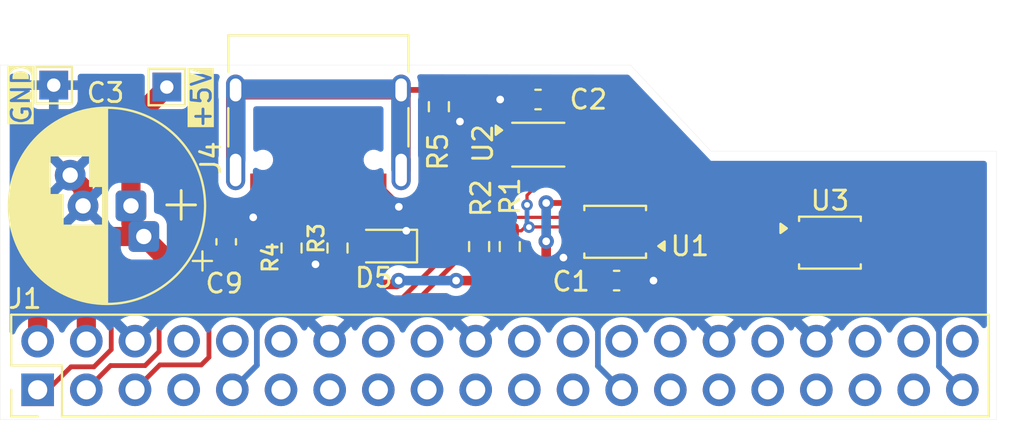
<source format=kicad_pcb>
(kicad_pcb (version 20241229) (generator "pcbnew") (generator_version "9.0")
  (layers (0 "F.Cu" signal) (2 "B.Cu" signal) (13 "F.Paste" user) (15 "B.Paste" user) (5 "F.SilkS" user "F.Silkscreen") (7 "B.SilkS" user "B.Silkscreen") (1 "F.Mask" user) (3 "B.Mask" user) (25 "Edge.Cuts" user))
  (net 0 "")
  (net 1 "GND")
  (net 2 "+3.3V")
  (net 3 "Net-(J4-CC1)")
  (net 7 "Net-(J4-CC2)")
  (net 11 "Net-(J4-SHIELD)")
  (net 12 "+5V")
  (net 20 "/SCL")
  (net 22 "/SDA")
  (net 44 "unconnected-(U2-NC-Pad3)")
  (net 45 "unconnected-(U2-NC-Pad4)")
  (net 46 "unconnected-(U2-NC-Pad5)")
  (net 47 "unconnected-(U3-SCL-Pad6)")
  (net 48 "unconnected-(U3-GND-Pad7)")
  (net 49 "unconnected-(U3-GND-Pad1)")
  (net 50 "unconnected-(U3-SDA-Pad5)")
  (net 51 "unconnected-(U3-NC-Pad2)")
  (net 52 "unconnected-(U3-NC-Pad3)")
  (net 53 "unconnected-(U3-GND-Pad4)")
  (net 54 "unconnected-(U3-VDD-Pad8)")
  (footprint "Capacitor_THT:CP_Radial_D10.0mm_P2.50mm_P5.00mm" (layer "F.Cu") (at 106.829063 118.85 180)
    (property "Reference" "C3" (at 1.329063 5.9 0) (layer "F.SilkS"))
    (property "Value" "100uF 16V")
    (pad "1" thru_hole roundrect (at -0.670937 -1.6 180) (size 1.6 1.6) (drill 0.8) (layers "*.Cu" "*.Mask") (roundrect_rratio 0.15625) (net 12 "+5V"))
    (pad "1" thru_hole roundrect (at 0 0 180) (size 1.6 1.6) (drill 0.8) (layers "*.Cu" "*.Mask") (roundrect_rratio 0.15625) (net 12 "+5V"))
    (pad "2" thru_hole circle (at 2.5 0 180) (size 1.6 1.6) (drill 0.8) (layers "*.Cu" "*.Mask") (net 1 "GND"))
    (pad "2" thru_hole circle (at 3.170937 1.6 180) (size 1.6 1.6) (drill 0.8) (layers "*.Cu" "*.Mask") (net 1 "GND"))
  )
  (footprint "Connector_PinHeader_2.54mm:PinHeader_2x20_P2.54mm_Vertical" (layer "F.Cu") (at 101.96 128.45 90)
    (property "Reference" "J1" (at 4.75 -0.66 180) (layer "F.SilkS"))
    (property "Value" "RPi_GPIO")
    (pad "1" thru_hole rect (at 0 0 90) (size 1.7 1.7) (drill 1) (layers "*.Cu" "*.Mask") (net 2 "+3.3V"))
    (pad "2" thru_hole circle (at 2.54 0 90) (size 1.7 1.7) (drill 1) (layers "*.Cu" "*.Mask") (net 12 "+5V"))
    (pad "3" thru_hole circle (at 0 2.54 90) (size 1.7 1.7) (drill 1) (layers "*.Cu" "*.Mask") (net 22 "/SDA"))
    (pad "4" thru_hole circle (at 2.54 2.54 90) (size 1.7 1.7) (drill 1) (layers "*.Cu" "*.Mask") (net 12 "+5V"))
    (pad "5" thru_hole circle (at 0 5.08 90) (size 1.7 1.7) (drill 1) (layers "*.Cu" "*.Mask") (net 20 "/SCL"))
    (pad "6" thru_hole circle (at 2.54 5.08 90) (size 1.7 1.7) (drill 1) (layers "*.Cu" "*.Mask") (net 1 "GND"))
    (pad "7" thru_hole circle (at 0 7.62 90) (size 1.7 1.7) (drill 1) (layers "*.Cu" "*.Mask"))
    (pad "8" thru_hole circle (at 2.54 7.62 90) (size 1.7 1.7) (drill 1) (layers "*.Cu" "*.Mask"))
    (pad "9" thru_hole circle (at 0 10.16 90) (size 1.7 1.7) (drill 1) (layers "*.Cu" "*.Mask") (net 1 "GND"))
    (pad "10" thru_hole circle (at 2.54 10.16 90) (size 1.7 1.7) (drill 1) (layers "*.Cu" "*.Mask"))
    (pad "11" thru_hole circle (at 0 12.7 90) (size 1.7 1.7) (drill 1) (layers "*.Cu" "*.Mask"))
    (pad "12" thru_hole circle (at 2.54 12.7 90) (size 1.7 1.7) (drill 1) (layers "*.Cu" "*.Mask"))
    (pad "13" thru_hole circle (at 0 15.24 90) (size 1.7 1.7) (drill 1) (layers "*.Cu" "*.Mask"))
    (pad "14" thru_hole circle (at 2.54 15.24 90) (size 1.7 1.7) (drill 1) (layers "*.Cu" "*.Mask") (net 1 "GND"))
    (pad "15" thru_hole circle (at 0 17.78 90) (size 1.7 1.7) (drill 1) (layers "*.Cu" "*.Mask"))
    (pad "16" thru_hole circle (at 2.54 17.78 90) (size 1.7 1.7) (drill 1) (layers "*.Cu" "*.Mask"))
    (pad "17" thru_hole circle (at 0 20.32 90) (size 1.7 1.7) (drill 1) (layers "*.Cu" "*.Mask"))
    (pad "18" thru_hole circle (at 2.54 20.32 90) (size 1.7 1.7) (drill 1) (layers "*.Cu" "*.Mask"))
    (pad "19" thru_hole circle (at 0 22.86 90) (size 1.7 1.7) (drill 1) (layers "*.Cu" "*.Mask"))
    (pad "20" thru_hole circle (at 2.54 22.86 90) (size 1.7 1.7) (drill 1) (layers "*.Cu" "*.Mask") (net 1 "GND"))
    (pad "21" thru_hole circle (at 0 25.4 90) (size 1.7 1.7) (drill 1) (layers "*.Cu" "*.Mask"))
    (pad "22" thru_hole circle (at 2.54 25.4 90) (size 1.7 1.7) (drill 1) (layers "*.Cu" "*.Mask"))
    (pad "23" thru_hole circle (at 0 27.94 90) (size 1.7 1.7) (drill 1) (layers "*.Cu" "*.Mask"))
    (pad "24" thru_hole circle (at 2.54 27.94 90) (size 1.7 1.7) (drill 1) (layers "*.Cu" "*.Mask"))
    (pad "25" thru_hole circle (at 0 30.48 90) (size 1.7 1.7) (drill 1) (layers "*.Cu" "*.Mask") (net 1 "GND"))
    (pad "26" thru_hole circle (at 2.54 30.48 90) (size 1.7 1.7) (drill 1) (layers "*.Cu" "*.Mask"))
    (pad "27" thru_hole circle (at 0 33.02 90) (size 1.7 1.7) (drill 1) (layers "*.Cu" "*.Mask"))
    (pad "28" thru_hole circle (at 2.54 33.02 90) (size 1.7 1.7) (drill 1) (layers "*.Cu" "*.Mask"))
    (pad "29" thru_hole circle (at 0 35.56 90) (size 1.7 1.7) (drill 1) (layers "*.Cu" "*.Mask"))
    (pad "30" thru_hole circle (at 2.54 35.56 90) (size 1.7 1.7) (drill 1) (layers "*.Cu" "*.Mask") (net 1 "GND"))
    (pad "31" thru_hole circle (at 0 38.1 90) (size 1.7 1.7) (drill 1) (layers "*.Cu" "*.Mask"))
    (pad "32" thru_hole circle (at 2.54 38.1 90) (size 1.7 1.7) (drill 1) (layers "*.Cu" "*.Mask"))
    (pad "33" thru_hole circle (at 0 40.64 90) (size 1.7 1.7) (drill 1) (layers "*.Cu" "*.Mask"))
    (pad "34" thru_hole circle (at 2.54 40.64 90) (size 1.7 1.7) (drill 1) (layers "*.Cu" "*.Mask") (net 1 "GND"))
    (pad "35" thru_hole circle (at 0 43.18 90) (size 1.7 1.7) (drill 1) (layers "*.Cu" "*.Mask"))
    (pad "36" thru_hole circle (at 2.54 43.18 90) (size 1.7 1.7) (drill 1) (layers "*.Cu" "*.Mask"))
    (pad "37" thru_hole circle (at 0 45.72 90) (size 1.7 1.7) (drill 1) (layers "*.Cu" "*.Mask"))
    (pad "38" thru_hole circle (at 2.54 45.72 90) (size 1.7 1.7) (drill 1) (layers "*.Cu" "*.Mask"))
    (pad "39" thru_hole circle (at 0 48.26 90) (size 1.7 1.7) (drill 1) (layers "*.Cu" "*.Mask") (net 1 "GND"))
    (pad "40" thru_hole circle (at 2.54 48.26 90) (size 1.7 1.7) (drill 1) (layers "*.Cu" "*.Mask"))
  )
  (footprint "Capacitor_SMD:C_0603_1608Metric" (layer "F.Cu") (at 128.075 113.3 180)
    (property "Reference" "C2" (at -2.625 0 0) (layer "F.SilkS"))
    (property "Value" "100n")
    (pad "1" smd roundrect (at -0.775 0 180) (size 0.9 0.95) (layers "F.Cu" "F.Mask" "F.Paste") (net 2 "+3.3V"))
    (pad "2" smd roundrect (at 0.775 0 180) (size 0.9 0.95) (layers "F.Cu" "F.Mask" "F.Paste") (net 1 "GND"))
  )
  (footprint "MFI:MFI_UDFN-8-1EP_2x3mm_P0.5mm" (layer "F.Cu") (at 143.308112 121.025)
    (property "Reference" "U3" (at 0 -2.45 0) (layer "F.SilkS"))
    (property "Value" "MFI343S00177")
    (pad "1" smd roundrect (at -1.6 -1) (size 1 0.25) (layers "F.Cu" "F.Mask" "F.Paste") (net 49 "unconnected-(U3-GND-Pad1)"))
    (pad "2" smd roundrect (at -1.6 -0.5) (size 1 0.25) (layers "F.Cu" "F.Mask" "F.Paste") (net 51 "unconnected-(U3-NC-Pad2)"))
    (pad "3" smd roundrect (at -1.6 0) (size 1 0.25) (layers "F.Cu" "F.Mask" "F.Paste") (net 52 "unconnected-(U3-NC-Pad3)"))
    (pad "4" smd roundrect (at -1.6 0.5) (size 1 0.25) (layers "F.Cu" "F.Mask" "F.Paste") (net 53 "unconnected-(U3-GND-Pad4)"))
    (pad "5" smd roundrect (at 1.6 0.5) (size 1 0.25) (layers "F.Cu" "F.Mask" "F.Paste") (net 50 "unconnected-(U3-SDA-Pad5)"))
    (pad "6" smd roundrect (at 1.6 0) (size 1 0.25) (layers "F.Cu" "F.Mask" "F.Paste") (net 47 "unconnected-(U3-SCL-Pad6)"))
    (pad "7" smd roundrect (at 1.6 -0.5) (size 1 0.25) (layers "F.Cu" "F.Mask" "F.Paste") (net 48 "unconnected-(U3-GND-Pad7)"))
    (pad "8" smd roundrect (at 1.6 -1) (size 1 0.25) (layers "F.Cu" "F.Mask" "F.Paste") (net 54 "unconnected-(U3-VDD-Pad8)"))
    (pad "9" smd rect (at 0 -0.2) (size 1.4 1.6) (property pad_prop_heatsink) (layers "F.Cu" "F.Mask"))
  )
  (footprint "Capacitor_SMD:C_0603_1608Metric" (layer "F.Cu") (at 111.8 120.725 90)
    (property "Reference" "C9" (at -2.175 -0.1 180) (layer "F.SilkS"))
    (property "Value" "100n")
    (pad "1" smd roundrect (at -0.775 0 90) (size 0.9 0.95) (layers "F.Cu" "F.Mask" "F.Paste") (net 12 "+5V"))
    (pad "2" smd roundrect (at 0.775 0 90) (size 0.9 0.95) (layers "F.Cu" "F.Mask" "F.Paste") (net 1 "GND"))
  )
  (footprint "Resistor_SMD:R_0603_1608Metric" (layer "F.Cu") (at 115.21 121.05 -90)
    (property "Reference" "R4" (at 0.5 1.11 90) (layer "F.SilkS") (effects (font (size 0.8 0.8))))
    (property "Value" "5k1")
    (pad "1" smd roundrect (at -0.825 0 270) (size 0.8 0.95) (layers "F.Cu" "F.Mask" "F.Paste") (net 7 "Net-(J4-CC2)"))
    (pad "2" smd roundrect (at 0.825 0 270) (size 0.8 0.95) (layers "F.Cu" "F.Mask" "F.Paste") (net 1 "GND"))
  )
  (footprint "Resistor_SMD:R_0603_1608Metric" (layer "F.Cu") (at 122.9 113.675 -90)
    (property "Reference" "R5" (at 2.35 0.05 90) (layer "F.SilkS"))
    (property "Value" "1M")
    (pad "1" smd roundrect (at -0.825 0 270) (size 0.8 0.95) (layers "F.Cu" "F.Mask" "F.Paste") (net 11 "Net-(J4-SHIELD)"))
    (pad "2" smd roundrect (at 0.825 0 270) (size 0.8 0.95) (layers "F.Cu" "F.Mask" "F.Paste") (net 1 "GND"))
  )
  (footprint "TestPoint:TestPoint_THTPad_1.5x1.5mm_Drill0.7mm" (layer "F.Cu") (at 108.7 112.65)
    (property "Reference" "TP2" (hide yes))
    (property "Value" "VBUS" (hide yes))
    (pad "1" thru_hole rect (at 0 0) (size 1.5 1.5) (drill 0.7) (layers "*.Cu" "*.Mask") (net 12 "+5V"))
  )
  (footprint "TestPoint:TestPoint_THTPad_1.5x1.5mm_Drill0.7mm" (layer "F.Cu") (at 102.8 112.55 90)
    (property "Reference" "TP4" (hide yes))
    (property "Value" "GND")
    (pad "1" thru_hole rect (at 0 0 90) (size 1.5 1.5) (drill 0.7) (layers "*.Cu" "*.Mask") (net 1 "GND"))
  )
  (footprint "Connector_USB:USB_C_Receptacle_HRO_TYPE-C-31-M-12" (layer "F.Cu") (at 116.61 113.85 180)
    (property "Reference" "J4" (at 5.61 -2.5 90) (layer "F.SilkS"))
    (property "Value" "TYPE-C-31-M-12")
    (pad "" np_thru_hole circle (at -2.89 -2.6 180) (size 0.65 0.65) (drill 0.65) (layers "*.Cu" "*.Mask"))
    (pad "" np_thru_hole circle (at 2.89 -2.6 180) (size 0.65 0.65) (drill 0.65) (layers "*.Cu" "*.Mask"))
    (pad "A1" smd rect (at -3.25 -4.045 180) (size 0.6 1.45) (layers "F.Cu" "F.Mask" "F.Paste") (net 1 "GND"))
    (pad "A4" smd rect (at -2.45 -4.045 180) (size 0.6 1.45) (layers "F.Cu" "F.Mask" "F.Paste") (net 12 "+5V"))
    (pad "A5" smd rect (at -1.25 -4.045 180) (size 0.3 1.45) (layers "F.Cu" "F.Mask" "F.Paste") (net 3 "Net-(J4-CC1)"))
    (pad "A6" smd rect (at -0.25 -4.045 180) (size 0.3 1.45) (layers "F.Cu" "F.Mask" "F.Paste"))
    (pad "A7" smd rect (at 0.25 -4.045 180) (size 0.3 1.45) (layers "F.Cu" "F.Mask" "F.Paste"))
    (pad "A8" smd rect (at 1.25 -4.045 180) (size 0.3 1.45) (layers "F.Cu" "F.Mask" "F.Paste"))
    (pad "A9" smd rect (at 2.45 -4.045 180) (size 0.6 1.45) (layers "F.Cu" "F.Mask" "F.Paste") (net 12 "+5V"))
    (pad "A12" smd rect (at 3.25 -4.045 180) (size 0.6 1.45) (layers "F.Cu" "F.Mask" "F.Paste") (net 1 "GND"))
    (pad "B1" smd rect (at 3.25 -4.045 180) (size 0.6 1.45) (layers "F.Cu" "F.Mask" "F.Paste") (net 1 "GND"))
    (pad "B4" smd rect (at 2.45 -4.045 180) (size 0.6 1.45) (layers "F.Cu" "F.Mask" "F.Paste") (net 12 "+5V"))
    (pad "B5" smd rect (at 1.75 -4.045 180) (size 0.3 1.45) (layers "F.Cu" "F.Mask" "F.Paste") (net 7 "Net-(J4-CC2)"))
    (pad "B6" smd rect (at 0.75 -4.045 180) (size 0.3 1.45) (layers "F.Cu" "F.Mask" "F.Paste"))
    (pad "B7" smd rect (at -0.75 -4.045 180) (size 0.3 1.45) (layers "F.Cu" "F.Mask" "F.Paste"))
    (pad "B8" smd rect (at -1.75 -4.045 180) (size 0.3 1.45) (layers "F.Cu" "F.Mask" "F.Paste"))
    (pad "B9" smd rect (at -2.45 -4.045 180) (size 0.6 1.45) (layers "F.Cu" "F.Mask" "F.Paste") (net 12 "+5V"))
    (pad "B12" smd rect (at -3.25 -4.045 180) (size 0.6 1.45) (layers "F.Cu" "F.Mask" "F.Paste") (net 1 "GND"))
    (pad "S1" thru_hole oval (at -4.32 -3.13 180) (size 1 2.1) (drill oval 0.6 1.7) (layers "*.Cu" "*.Mask") (net 11 "Net-(J4-SHIELD)"))
    (pad "S1" thru_hole oval (at -4.32 1.05 180) (size 1 1.6) (drill oval 0.6 1.2) (layers "*.Cu" "*.Mask") (net 11 "Net-(J4-SHIELD)"))
    (pad "S1" thru_hole oval (at 4.32 -3.13 180) (size 1 2.1) (drill oval 0.6 1.7) (layers "*.Cu" "*.Mask") (net 11 "Net-(J4-SHIELD)"))
    (pad "S1" thru_hole oval (at 4.32 1.05 180) (size 1 1.6) (drill oval 0.6 1.2) (layers "*.Cu" "*.Mask") (net 11 "Net-(J4-SHIELD)"))
  )
  (footprint "MFI:MFI_WSON-8-1EP_2.5x2.5mm_P0.5mm" (layer "F.Cu") (at 128.0875 115.9)
    (property "Reference" "U2" (at -2.8875 -0.3 90) (layer "F.SilkS"))
    (property "Value" "MFI337S3959")
    (pad "1" smd roundrect (at -1.3125 -1) (size 1.025 0.25) (layers "F.Cu" "F.Mask" "F.Paste") (net 1 "GND"))
    (pad "2" smd roundrect (at -1.3125 -0.5) (size 1.025 0.25) (layers "F.Cu" "F.Mask" "F.Paste") (net 22 "/SDA"))
    (pad "3" smd roundrect (at -1.3125 0) (size 1.025 0.25) (layers "F.Cu" "F.Mask" "F.Paste") (net 44 "unconnected-(U2-NC-Pad3)"))
    (pad "4" smd roundrect (at -1.3125 0.5) (size 1.025 0.25) (layers "F.Cu" "F.Mask" "F.Paste") (net 45 "unconnected-(U2-NC-Pad4)"))
    (pad "5" smd roundrect (at 1.3125 0.5) (size 1.025 0.25) (layers "F.Cu" "F.Mask" "F.Paste") (net 46 "unconnected-(U2-NC-Pad5)"))
    (pad "6" smd roundrect (at 1.3125 0) (size 1.025 0.25) (layers "F.Cu" "F.Mask" "F.Paste") (net 20 "/SCL"))
    (pad "7" smd roundrect (at 1.3125 -0.5) (size 1.025 0.25) (layers "F.Cu" "F.Mask" "F.Paste") (net 2 "+3.3V"))
    (pad "8" smd roundrect (at 1.3125 -1) (size 1.025 0.25) (layers "F.Cu" "F.Mask" "F.Paste") (net 2 "+3.3V"))
    (pad "9" smd roundrect (at 0 -0.25) (size 0.2 1.2) (property pad_prop_heatsink) (layers "F.Cu" "F.Mask" "F.Paste") (roundrect_rratio 0.5) (net 1 "GND"))
  )
  (footprint "Resistor_SMD:R_0603_1608Metric" (layer "F.Cu") (at 117.61 121.05 -90)
    (property "Reference" "R3" (at -0.5 1.11 90) (layer "F.SilkS") (effects (font (size 0.8 0.8))))
    (property "Value" "5k1")
    (pad "1" smd roundrect (at -0.825 0 270) (size 0.8 0.95) (layers "F.Cu" "F.Mask" "F.Paste") (net 3 "Net-(J4-CC1)"))
    (pad "2" smd roundrect (at 0.825 0 270) (size 0.8 0.95) (layers "F.Cu" "F.Mask" "F.Paste") (net 1 "GND"))
  )
  (footprint "MFI:MFI_UDFN-8-1EP_2x3mm_P0.5mm" (layer "F.Cu") (at 132.1 119.95 180)
    (property "Reference" "U1" (at -3.9 -1 0) (layer "F.SilkS"))
    (property "Value" "MFI343S00177")
    (pad "1" smd roundrect (at -1.6 -1 180) (size 1 0.25) (layers "F.Cu" "F.Mask" "F.Paste") (net 1 "GND"))
    (pad "2" smd roundrect (at -1.6 -0.5 180) (size 1 0.25) (layers "F.Cu" "F.Mask" "F.Paste"))
    (pad "3" smd roundrect (at -1.6 0 180) (size 1 0.25) (layers "F.Cu" "F.Mask" "F.Paste"))
    (pad "4" smd roundrect (at -1.6 0.5 180) (size 1 0.25) (layers "F.Cu" "F.Mask" "F.Paste") (net 1 "GND"))
    (pad "5" smd roundrect (at 1.6 0.5 180) (size 1 0.25) (layers "F.Cu" "F.Mask" "F.Paste") (net 22 "/SDA"))
    (pad "6" smd roundrect (at 1.6 0 180) (size 1 0.25) (layers "F.Cu" "F.Mask" "F.Paste") (net 20 "/SCL"))
    (pad "7" smd roundrect (at 1.6 -0.5 180) (size 1 0.25) (layers "F.Cu" "F.Mask" "F.Paste") (net 1 "GND"))
    (pad "8" smd roundrect (at 1.6 -1 180) (size 1 0.25) (layers "F.Cu" "F.Mask" "F.Paste") (net 2 "+3.3V"))
    (pad "9" smd rect (at 0 -0.2 180) (size 1.4 1.6) (property pad_prop_heatsink) (layers "F.Cu" "F.Mask") (net 1 "GND"))
  )
  (footprint "Resistor_SMD:R_0603_1608Metric" (layer "F.Cu") (at 125 120.975 90)
    (property "Reference" "R2" (at 2.525 0.1 90) (layer "F.SilkS"))
    (property "Value" "4k7")
    (pad "1" smd roundrect (at -0.825 0 90) (size 0.8 0.95) (layers "F.Cu" "F.Mask" "F.Paste") (net 2 "+3.3V"))
    (pad "2" smd roundrect (at 0.825 0 90) (size 0.8 0.95) (layers "F.Cu" "F.Mask" "F.Paste") (net 22 "/SDA"))
  )
  (footprint "Diode_SMD:D_SOD-323" (layer "F.Cu") (at 120.15 120.95 180)
    (property "Reference" "D5" (at 0.65 -1.65 0) (layer "F.SilkS"))
    (property "Value" "5V ESD" (hide yes))
    (pad "1" smd roundrect (at -1.05 0 180) (size 0.6 0.45) (layers "F.Cu" "F.Mask" "F.Paste") (net 1 "GND"))
    (pad "2" smd roundrect (at 1.05 0 180) (size 0.6 0.45) (layers "F.Cu" "F.Mask" "F.Paste") (net 12 "+5V"))
  )
  (footprint "Resistor_SMD:R_0603_1608Metric" (layer "F.Cu") (at 126.6 120.975 90)
    (property "Reference" "R1" (at 2.625 0.01 90) (layer "F.SilkS"))
    (property "Value" "4k7")
    (pad "1" smd roundrect (at -0.825 0 90) (size 0.8 0.95) (layers "F.Cu" "F.Mask" "F.Paste") (net 2 "+3.3V"))
    (pad "2" smd roundrect (at 0.825 0 90) (size 0.8 0.95) (layers "F.Cu" "F.Mask" "F.Paste") (net 20 "/SCL"))
  )
  (footprint "Capacitor_SMD:C_0603_1608Metric" (layer "F.Cu") (at 132.175 122.75)
    (property "Reference" "C1" (at -2.375 0.05 0) (layer "F.SilkS"))
    (property "Value" "100n")
    (pad "1" smd roundrect (at -0.775 0) (size 0.9 0.95) (layers "F.Cu" "F.Mask" "F.Paste") (net 2 "+3.3V"))
    (pad "2" smd roundrect (at 0.775 0) (size 0.9 0.95) (layers "F.Cu" "F.Mask" "F.Paste") (net 1 "GND"))
  )
  (gr_line (start 109.45 119.55) (end 109.45 118.05) (stroke (width 0.15)) (layer "F.SilkS"))
  (gr_line (start 108.7 118.8) (end 110.2 118.8) (stroke (width 0.15)) (layer "F.SilkS"))
  (gr_line (start 100 130) (end 152 130) (stroke (width 0.01)) (layer "Edge.Cuts"))
  (gr_line (start 137.1 116) (end 152 116) (stroke (width 0.01)) (layer "Edge.Cuts"))
  (gr_line (start 100 111.5) (end 132.9 111.5) (stroke (width 0.01)) (layer "Edge.Cuts"))
  (gr_line (start 152 116) (end 152 130) (stroke (width 0.01)) (layer "Edge.Cuts"))
  (gr_line (start 132.9 111.5) (end 137.1 116) (stroke (width 0.01)) (layer "Edge.Cuts"))
  (gr_line (start 100 111.5) (end 100 130) (stroke (width 0.01)) (layer "Edge.Cuts"))
  (gr_text "+5V" (at 111.1 111.65 90) (layer "F.SilkS" knockout) (effects (font (size 1 1)) (justify right bottom)))
  (gr_text "GND" (at 101.7 111.45 90) (layer "F.SilkS" knockout) (effects (font (size 1 1)) (justify right bottom)))
  (segment (start 134.9 122.35) (end 134.5 122.75) (width 0.3) (layer "F.Cu") (net 1))
  (segment (start 129.4 121.45) (end 129.4 121.55) (width 0.25) (layer "F.Cu") (net 1))
  (segment (start 116.485 121.875) (end 116.46 121.9) (width 0.5) (layer "F.Cu") (net 1))
  (segment (start 112.71 119.95) (end 113.21 119.45) (width 0.3) (layer "F.Cu") (net 1))
  (segment (start 104.329063 118.85) (end 104.329063 117.920937) (width 1) (layer "F.Cu") (net 1))
  (segment (start 129.9 120.45) (end 129.4 120.95) (width 0.25) (layer "F.Cu") (net 1))
  (segment (start 128.0875 114.0875) (end 127.3 113.3) (width 0.25) (layer "F.Cu") (net 1))
  (segment (start 134.6 119.45) (end 134.9 119.75) (width 0.3) (layer "F.Cu") (net 1))
  (segment (start 130.5 120.45) (end 129.9 120.45) (width 0.25) (layer "F.Cu") (net 1))
  (segment (start 116.435 121.875) (end 116.46 121.9) (width 0.5) (layer "F.Cu") (net 1))
  (segment (start 134.9 119.75) (end 134.9 122.35) (width 0.3) (layer "F.Cu") (net 1))
  (segment (start 117.61 121.875) (end 116.485 121.875) (width 0.5) (layer "F.Cu") (net 1))
  (segment (start 121.2 120.95) (end 121.2 120.15) (width 0.25) (layer "F.Cu") (net 1))
  (segment (start 132.1 120.15) (end 132.1 121.15) (width 0.3) (layer "F.Cu") (net 1))
  (segment (start 132.1 121.15) (end 132.95 122) (width 0.3) (layer "F.Cu") (net 1))
  (segment (start 126.775 113.825) (end 127.3 113.3) (width 0.25) (layer "F.Cu") (net 1))
  (segment (start 127.3 113.3) (end 126.1 113.3) (width 0.5) (layer "F.Cu") (net 1))
  (segment (start 126.775 114.9) (end 126.775 113.825) (width 0.25) (layer "F.Cu") (net 1))
  (segment (start 104.329063 117.920937) (end 103.658126 117.25) (width 1) (layer "F.Cu") (net 1))
  (segment (start 119.81 117.95) (end 120.86 119) (width 0.5) (layer "F.Cu") (net 1))
  (segment (start 122.9 114.5) (end 123.95 114.5) (width 0.5) (layer "F.Cu") (net 1))
  (segment (start 129.4 120.95) (end 129.4 121.45) (width 0.25) (layer "F.Cu") (net 1))
  (segment (start 111.8 119.95) (end 112.71 119.95) (width 0.3) (layer "F.Cu") (net 1))
  (segment (start 128.0875 115.65) (end 128.0875 114.0875) (width 0.25) (layer "F.Cu") (net 1))
  (segment (start 132.95 122) (end 132.95 122.75) (width 0.3) (layer "F.Cu") (net 1))
  (segment (start 115.21 121.875) (end 116.435 121.875) (width 0.5) (layer "F.Cu") (net 1))
  (segment (start 133.7 120.95) (end 134.9 120.95) (width 0.3) (layer "F.Cu") (net 1))
  (segment (start 133.7 119.45) (end 134.6 119.45) (width 0.3) (layer "F.Cu") (net 1))
  (segment (start 113.36 118.25) (end 113.36 119.55) (width 0.5) (layer "F.Cu") (net 1))
  (segment (start 134.5 122.75) (end 132.95 122.75) (width 0.3) (layer "F.Cu") (net 1))
  (segment (start 123.95 114.5) (end 124 114.45) (width 0.5) (layer "F.Cu") (net 1))
  (via (at 134.1 122.75) (size 0.8) (drill 0.4) (layers "F.Cu" "B.Cu") (net 1))
  (via (at 124 114.45) (size 0.8) (drill 0.4) (layers "F.Cu" "B.Cu") (net 1))
  (via (at 113.21 119.45) (size 0.8) (drill 0.4) (layers "F.Cu" "B.Cu") (net 1))
  (via (at 129.4 121.55) (size 0.8) (drill 0.4) (layers "F.Cu" "B.Cu") (net 1))
  (via (at 116.46 121.9) (size 0.8) (drill 0.4) (layers "F.Cu" "B.Cu") (net 1))
  (via (at 121.2 120.15) (size 0.8) (drill 0.4) (layers "F.Cu" "B.Cu") (net 1))
  (via (at 120.81 118.9) (size 0.8) (drill 0.4) (layers "F.Cu" "B.Cu") (net 1))
  (via (at 126.1 113.3) (size 0.8) (drill 0.4) (layers "F.Cu" "B.Cu") (net 1))
  (segment (start 113.4 127.17) (end 113.4 125.05) (width 0.3) (layer "B.Cu") (net 1))
  (segment (start 131.2 127.21) (end 131.2 124.85) (width 0.3) (layer "B.Cu") (net 1))
  (segment (start 112.12 128.45) (end 113.4 127.17) (width 0.3) (layer "B.Cu") (net 1))
  (segment (start 149 127.23) (end 149 124.75) (width 0.3) (layer "B.Cu") (net 1))
  (segment (start 132.44 128.45) (end 131.2 127.21) (width 0.3) (layer "B.Cu") (net 1))
  (segment (start 150.22 128.45) (end 149 127.23) (width 0.3) (layer "B.Cu") (net 1))
  (segment (start 120.8 122.85) (end 120.7 122.95) (width 0.5) (layer "F.Cu") (net 2))
  (segment (start 129.4 113.85) (end 128.85 113.3) (width 0.3) (layer "F.Cu") (net 2))
  (segment (start 126.6 122.75) (end 128.5 122.75) (width 0.5) (layer "F.Cu") (net 2))
  (segment (start 129.4 114.9) (end 129.4 113.85) (width 0.3) (layer "F.Cu") (net 2))
  (segment (start 101.96 128.45) (end 102.5 128.45) (width 0.25) (layer "F.Cu") (net 2))
  (segment (start 129.5 118.7) (end 130.7 117.5) (width 0.3) (layer "F.Cu") (net 2))
  (segment (start 126.6 121.8) (end 126.6 122.75) (width 0.5) (layer "F.Cu") (net 2))
  (segment (start 130.7 115.4) (end 130.7 114.4) (width 0.3) (layer "F.Cu") (net 2))
  (segment (start 125 121.8) (end 125 122.75) (width 0.5) (layer "F.Cu") (net 2))
  (segment (start 129.4 115.4) (end 130.7 115.4) (width 0.2) (layer "F.Cu") (net 2))
  (segment (start 125 121.8) (end 125 121.85) (width 0.25) (layer "F.Cu") (net 2))
  (segment (start 130.7 117.5) (end 130.7 115.4) (width 0.3) (layer "F.Cu") (net 2))
  (segment (start 130.7 114.4) (end 129.6 113.3) (width 0.3) (layer "F.Cu") (net 2))
  (segment (start 130.5 121.85) (end 131.4 122.75) (width 0.3) (layer "F.Cu") (net 2))
  (segment (start 129.6 113.3) (end 128.85 113.3) (width 0.3) (layer "F.Cu") (net 2))
  (segment (start 104.9 127.25) (end 105.8 126.35) (width 0.25) (layer "F.Cu") (net 2))
  (segment (start 128.5 122.75) (end 131.4 122.75) (width 0.5) (layer "F.Cu") (net 2))
  (segment (start 123.8 122.75) (end 125 122.75) (width 0.5) (layer "F.Cu") (net 2))
  (segment (start 130.5 120.95) (end 130.5 121.85) (width 0.3) (layer "F.Cu") (net 2))
  (segment (start 107.7 122.95) (end 105.8 124.85) (width 0.5) (layer "F.Cu") (net 2))
  (segment (start 125 122.75) (end 126.6 122.75) (width 0.5) (layer "F.Cu") (net 2))
  (segment (start 105.8 126.35) (end 105.8 124.85) (width 0.25) (layer "F.Cu") (net 2))
  (segment (start 120.8 122.75) (end 120.8 122.85) (width 0.5) (layer "F.Cu") (net 2))
  (segment (start 128.5 120.7) (end 128.5 122.75) (width 0.5) (layer "F.Cu") (net 2))
  (segment (start 128.5 118.7) (end 129.5 118.7) (width 0.3) (layer "F.Cu") (net 2))
  (segment (start 102.5 128.45) (end 103.7 127.25) (width 0.25) (layer "F.Cu") (net 2))
  (segment (start 120.7 122.95) (end 107.7 122.95) (width 0.5) (layer "F.Cu") (net 2))
  (segment (start 103.7 127.25) (end 104.9 127.25) (width 0.25) (layer "F.Cu") (net 2))
  (via (at 128.5 118.7) (size 0.8) (drill 0.4) (layers "F.Cu" "B.Cu") (net 2))
  (via (at 120.8 122.75) (size 0.8) (drill 0.4) (layers "F.Cu" "B.Cu") (net 2))
  (via (at 123.8 122.75) (size 0.8) (drill 0.4) (layers "F.Cu" "B.Cu") (net 2))
  (via (at 128.5 120.7) (size 0.8) (drill 0.4) (layers "F.Cu" "B.Cu") (net 2))
  (segment (start 128.5 120.7) (end 128.5 118.7) (width 0.5) (layer "B.Cu") (net 2))
  (segment (start 120.8 122.75) (end 123.8 122.75) (width 0.5) (layer "B.Cu") (net 2))
  (segment (start 117.86 120.075) (end 117.86 117.925) (width 0.25) (layer "F.Cu") (net 3))
  (segment (start 114.86 120.225) (end 114.86 118.075) (width 0.25) (layer "F.Cu") (net 7))
  (segment (start 112.29 113.85) (end 112.29 112.8) (width 0.5) (layer "F.Cu") (net 11))
  (segment (start 112.29 116.38) (end 112.29 112.8) (width 1) (layer "F.Cu") (net 11))
  (segment (start 112.265 113.825) (end 112.29 113.85) (width 0.5) (layer "F.Cu") (net 11))
  (segment (start 120.93 112.8) (end 122.85 112.8) (width 0.3) (layer "F.Cu") (net 11))
  (segment (start 122.85 112.8) (end 122.9 112.85) (width 0.3) (layer "F.Cu") (net 11))
  (segment (start 120.93 116.98) (end 120.93 112.8) (width 1) (layer "F.Cu") (net 11))
  (segment (start 120.93 112.8) (end 112.29 112.8) (width 1) (layer "F.Cu") (net 11))
  (segment (start 120.91 116.94) (end 120.91 112.76) (width 1) (layer "B.Cu") (net 11))
  (segment (start 112.31 116.44) (end 112.31 112.86) (width 1) (layer "B.Cu") (net 11))
  (segment (start 120.93 112.75) (end 112.29 112.75) (width 1) (layer "B.Cu") (net 11))
  (segment (start 114 121.05) (end 113.9 120.95) (width 0.4) (layer "F.Cu") (net 12))
  (segment (start 113.25 121.5) (end 113.9 120.85) (width 1) (layer "F.Cu") (net 12))
  (segment (start 101.96 125.91) (end 101.96 123.39) (width 1) (layer "F.Cu") (net 12))
  (segment (start 106.829063 118.85) (end 106.829063 114.520937) (width 1) (layer "F.Cu") (net 12))
  (segment (start 119.1 119.51) (end 119.1 120.95) (width 0.5) (layer "F.Cu") (net 12))
  (segment (start 119 121.05) (end 114 121.05) (width 0.4) (layer "F.Cu") (net 12))
  (segment (start 106.829063 118.85) (end 106.829063 119.779063) (width 1) (layer "F.Cu") (net 12))
  (segment (start 108.55 121.5) (end 107.5 120.45) (width 1) (layer "F.Cu") (net 12))
  (segment (start 119.1 120.95) (end 119 121.05) (width 0.4) (layer "F.Cu") (net 12))
  (segment (start 119.11 117.95) (end 119.11 119.5) (width 0.5) (layer "F.Cu") (net 12))
  (segment (start 111.8 121.5) (end 113.25 121.5) (width 1) (layer "F.Cu") (net 12))
  (segment (start 101.96 123.39) (end 104.9 120.45) (width 1) (layer "F.Cu") (net 12))
  (segment (start 104.5 125.91) (end 104.5 120.95) (width 1) (layer "F.Cu") (net 12))
  (segment (start 114.16 117.859835) (end 114.16 120.59) (width 0.5) (layer "F.Cu") (net 12))
  (segment (start 104.9 120.45) (end 107.5 120.45) (width 1) (layer "F.Cu") (net 12))
  (segment (start 119.11 119.5) (end 119.1 119.51) (width 0.5) (layer "F.Cu") (net 12))
  (segment (start 111.8 121.5) (end 108.55 121.5) (width 1) (layer "F.Cu") (net 12))
  (segment (start 106.829063 114.520937) (end 108.7 112.65) (width 1) (layer "F.Cu") (net 12))
  (segment (start 106.829063 119.779063) (end 107.5 120.45) (width 1) (layer "F.Cu") (net 12))
  (segment (start 114.16 120.59) (end 113.8 120.95) (width 0.5) (layer "F.Cu") (net 12))
  (segment (start 130 115.9) (end 130.2 116.1) (width 0.167) (layer "F.Cu") (net 20))
  (segment (start 107.04 128.45) (end 108.34 127.15) (width 0.25) (layer "F.Cu") (net 20))
  (segment (start 110.5 127.15) (end 110.9 126.75) (width 0.25) (layer "F.Cu") (net 20))
  (segment (start 127.5 118.3) (end 127.5 118.9) (width 0.167) (layer "F.Cu") (net 20))
  (segment (start 130.2 116.1) (end 130.2 117.2) (width 0.167) (layer "F.Cu") (net 20))
  (segment (start 125.8 120.95) (end 126.6 120.15) (width 0.25) (layer "F.Cu") (net 20))
  (segment (start 130.5 119.95) (end 127.4 119.95) (width 0.167) (layer "F.Cu") (net 20))
  (segment (start 128 117.8) (end 127.5 118.3) (width 0.167) (layer "F.Cu") (net 20))
  (segment (start 108.34 127.15) (end 110.5 127.15) (width 0.25) (layer "F.Cu") (net 20))
  (segment (start 110.9 126.75) (end 110.9 125.052) (width 0.25) (layer "F.Cu") (net 20))
  (segment (start 127.4 119.95) (end 127.2 120.15) (width 0.167) (layer "F.Cu") (net 20))
  (segment (start 130.2 117.2) (end 129.6 117.8) (width 0.167) (layer "F.Cu") (net 20))
  (segment (start 129.4 115.9) (end 130 115.9) (width 0.167) (layer "F.Cu") (net 20))
  (segment (start 121.4 124.15) (end 124.6 120.95) (width 0.25) (layer "F.Cu") (net 20))
  (segment (start 129.6 117.8) (end 128 117.8) (width 0.167) (layer "F.Cu") (net 20))
  (segment (start 124.6 120.95) (end 125.8 120.95) (width 0.25) (layer "F.Cu") (net 20))
  (segment (start 110.9 125.052) (end 111.802 124.15) (width 0.25) (layer "F.Cu") (net 20))
  (segment (start 127.2 120.15) (end 126.6 120.15) (width 0.167) (layer "F.Cu") (net 20))
  (segment (start 111.802 124.15) (end 121.4 124.15) (width 0.25) (layer "F.Cu") (net 20))
  (via (at 127.5 118.8) (size 0.6) (drill 0.3) (layers "F.Cu" "B.Cu") (net 20))
  (via (at 127.6 119.9605) (size 0.6) (drill 0.3) (layers "F.Cu" "B.Cu") (net 20))
  (segment (start 127.5 119.8605) (end 127.6 119.9605) (width 0.3) (layer "B.Cu") (net 20))
  (segment (start 127.5 118.8) (end 127.5 119.8605) (width 0.25) (layer "B.Cu") (net 20))
  (segment (start 108.3 126.454537) (end 108.3 125.238442) (width 0.25) (layer "F.Cu") (net 22))
  (segment (start 109.888442 123.65) (end 121 123.65) (width 0.25) (layer "F.Cu") (net 22))
  (segment (start 104.5 128.45) (end 105.764 127.186) (width 0.25) (layer "F.Cu") (net 22))
  (segment (start 107.568537 127.186) (end 108.3 126.454537) (width 0.25) (layer "F.Cu") (net 22))
  (segment (start 121 123.65) (end 124.5 120.15) (width 0.25) (layer "F.Cu") (net 22))
  (segment (start 105.764 127.186) (end 107.568537 127.186) (width 0.25) (layer "F.Cu") (net 22))
  (segment (start 125.8 119.45) (end 125.1 120.15) (width 0.167) (layer "F.Cu") (net 22))
  (segment (start 125.4 115.4) (end 126.775 115.4) (width 0.167) (layer "F.Cu") (net 22))
  (segment (start 125 120.15) (end 125 119.6) (width 0.167) (layer "F.Cu") (net 22))
  (segment (start 130.5 119.45) (end 125.8 119.45) (width 0.167) (layer "F.Cu") (net 22))
  (segment (start 125.1 115.7) (end 125.4 115.4) (width 0.167) (layer "F.Cu") (net 22))
  (segment (start 108.3 125.238442) (end 109.888442 123.65) (width 0.25) (layer "F.Cu") (net 22))
  (segment (start 125 119.6) (end 125.1 119.5) (width 0.167) (layer "F.Cu") (net 22))
  (segment (start 125.1 119.5) (end 125.1 115.7) (width 0.167) (layer "F.Cu") (net 22))
  (segment (start 124.5 120.15) (end 125 120.15) (width 0.25) (layer "F.Cu") (net 22))
  (segment (start 126.775 115.9) (end 125.7 115.9) (width 0.167) (layer "F.Cu") (net 44))
  (segment (start 126.775 116.4) (end 125.7 116.4) (width 0.167) (layer "F.Cu") (net 45))
  (segment (start 129.4 116.4) (end 129.4 117.3) (width 0.167) (layer "F.Cu") (net 46))
  (segment (start 144.908112 121.025) (end 147.025 121.025) (width 0.2) (layer "F.Cu") (net 47))
  (segment (start 144.908112 120.525) (end 146.975 120.525) (width 0.2) (layer "F.Cu") (net 48))
  (segment (start 139.666556 120.025) (end 141.733444 120.025) (width 0.2) (layer "F.Cu") (net 49))
  (segment (start 144.908112 121.525) (end 147.025 121.525) (width 0.2) (layer "F.Cu") (net 50))
  (segment (start 139.666556 120.525) (end 141.733444 120.525) (width 0.2) (layer "F.Cu") (net 51))
  (segment (start 139.641556 121.025) (end 141.758444 121.025) (width 0.2) (layer "F.Cu") (net 52))
  (segment (start 139.641556 121.525) (end 141.758444 121.525) (width 0.2) (layer "F.Cu") (net 53))
  (segment (start 144.908112 120.025) (end 146.975 120.025) (width 0.2) (layer "F.Cu") (net 54))
  (zone (net 1) (net_name "GND") (layer "B.Cu") (connect_pads (clearance 0.4)) (min_thickness 0.3) (fill yes (thermal_gap 0.5) (thermal_bridge_width 0.5))
    (polygon (pts (xy 100.5 111.95) (xy 100.5 126.35) (xy 151.5 126.35) (xy 151.5 116.5) (xy 137.1 116.5) (xy 132.8 112)))
  )
)
</source>
